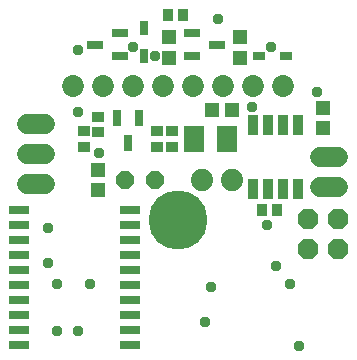
<source format=gbr>
G04 EAGLE Gerber RS-274X export*
G75*
%MOMM*%
%FSLAX34Y34*%
%LPD*%
%INSoldermask Bottom*%
%IPPOS*%
%AMOC8*
5,1,8,0,0,1.08239X$1,22.5*%
G01*
%ADD10C,3.203200*%
%ADD11C,5.000000*%
%ADD12R,1.303200X1.203200*%
%ADD13R,1.203200X1.303200*%
%ADD14R,0.703200X1.203200*%
%ADD15R,0.853200X1.731200*%
%ADD16P,1.649562X8X22.500000*%
%ADD17C,1.883200*%
%ADD18R,1.453200X0.803200*%
%ADD19R,1.103200X0.903200*%
%ADD20R,1.803200X2.203200*%
%ADD21R,0.903200X1.103200*%
%ADD22R,1.043200X0.663200*%
%ADD23C,1.853200*%
%ADD24C,1.727200*%
%ADD25P,1.869504X8X292.500000*%
%ADD26R,1.803400X0.762000*%
%ADD27R,0.803200X1.453200*%
%ADD28C,0.959600*%


D10*
X0Y121500D03*
D11*
X0Y121500D03*
D12*
X29000Y215000D03*
X46000Y215000D03*
D13*
X122500Y199000D03*
X122500Y216000D03*
X-67500Y146500D03*
X-67500Y163500D03*
X-7500Y276000D03*
X-7500Y259000D03*
X52500Y259000D03*
X52500Y276000D03*
D14*
X-28900Y260100D03*
X-28900Y284100D03*
D15*
X101550Y147890D03*
X88850Y147890D03*
X76150Y147890D03*
X63450Y147890D03*
X63450Y202110D03*
X76150Y202110D03*
X88850Y202110D03*
X101550Y202110D03*
D16*
X-45200Y155000D03*
X-19800Y155000D03*
D17*
X19800Y155000D03*
X45200Y155000D03*
D18*
X-49500Y279550D03*
X-49500Y260450D03*
X-70500Y270000D03*
D19*
X-5000Y183500D03*
X-5000Y196500D03*
D20*
X41500Y190000D03*
X13500Y190000D03*
D19*
X-17500Y183500D03*
X-17500Y196500D03*
X-80000Y183500D03*
X-80000Y196500D03*
D21*
X71000Y130000D03*
X84000Y130000D03*
X4000Y295000D03*
X-9000Y295000D03*
D22*
X91500Y260000D03*
X68500Y260000D03*
D18*
X12000Y260500D03*
X12000Y279500D03*
X33000Y270000D03*
D23*
X-88900Y235000D03*
X-63500Y235000D03*
X-38100Y235000D03*
X-12700Y235000D03*
X12700Y235000D03*
X38100Y235000D03*
X63500Y235000D03*
X88900Y235000D03*
D24*
X119880Y149800D02*
X135120Y149800D01*
X135120Y175200D02*
X119880Y175200D01*
D25*
X109800Y122700D03*
X135200Y122700D03*
X109800Y97300D03*
X135200Y97300D03*
D26*
X-40383Y129650D03*
X-40383Y116950D03*
X-40383Y104250D03*
X-40383Y91550D03*
X-40383Y78850D03*
X-40383Y66150D03*
X-40383Y53450D03*
X-40383Y40750D03*
X-40383Y28050D03*
X-40383Y15350D03*
X-134617Y15350D03*
X-134617Y28050D03*
X-134617Y40750D03*
X-134617Y53450D03*
X-134617Y66150D03*
X-134617Y78850D03*
X-134617Y91550D03*
X-134617Y104250D03*
X-134617Y116950D03*
X-134617Y129650D03*
D24*
X-127620Y202900D02*
X-112380Y202900D01*
X-112380Y177500D02*
X-127620Y177500D01*
X-127620Y152100D02*
X-112380Y152100D01*
D19*
X-67500Y209000D03*
X-67500Y196000D03*
D27*
X-52050Y208000D03*
X-32950Y208000D03*
X-42500Y187000D03*
D28*
X62500Y217500D03*
X117500Y230000D03*
X78963Y268095D03*
X33782Y291705D03*
X-66787Y178218D03*
X-84718Y212500D03*
X27500Y65000D03*
X22500Y35282D03*
X102500Y15000D03*
X-85000Y27500D03*
X-102500Y27500D03*
X-102782Y67500D03*
X-85000Y265000D03*
X-75000Y67500D03*
X94718Y67500D03*
X75000Y117500D03*
X82500Y82500D03*
X-110282Y85000D03*
X-110000Y115000D03*
X-19282Y260000D03*
X-38046Y268046D03*
M02*

</source>
